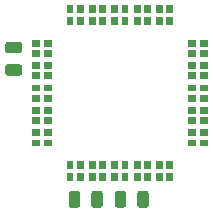
<source format=gtp>
%TF.GenerationSoftware,KiCad,Pcbnew,5.1.7-a382d34a8~88~ubuntu20.04.1*%
%TF.CreationDate,2021-06-08T03:13:41+02:00*%
%TF.ProjectId,uHoubolt_PCB_GNSS,75486f75-626f-46c7-945f-5043425f474e,rev?*%
%TF.SameCoordinates,PX8f0d180PY5f5e100*%
%TF.FileFunction,Paste,Top*%
%TF.FilePolarity,Positive*%
%FSLAX46Y46*%
G04 Gerber Fmt 4.6, Leading zero omitted, Abs format (unit mm)*
G04 Created by KiCad (PCBNEW 5.1.7-a382d34a8~88~ubuntu20.04.1) date 2021-06-08 03:13:41*
%MOMM*%
%LPD*%
G01*
G04 APERTURE LIST*
G04 APERTURE END LIST*
%TO.C,U1*%
G36*
G01*
X7421720Y3085000D02*
X6778280Y3085000D01*
G75*
G02*
X6740000Y3123280I0J38280D01*
G01*
X6740000Y3626720D01*
G75*
G02*
X6778280Y3665000I38280J0D01*
G01*
X7421720Y3665000D01*
G75*
G02*
X7460000Y3626720I0J-38280D01*
G01*
X7460000Y3123280D01*
G75*
G02*
X7421720Y3085000I-38280J0D01*
G01*
G37*
G36*
G01*
X6421720Y-2615000D02*
X5778280Y-2615000D01*
G75*
G02*
X5740000Y-2576720I0J38280D01*
G01*
X5740000Y-2073280D01*
G75*
G02*
X5778280Y-2035000I38280J0D01*
G01*
X6421720Y-2035000D01*
G75*
G02*
X6460000Y-2073280I0J-38280D01*
G01*
X6460000Y-2576720D01*
G75*
G02*
X6421720Y-2615000I-38280J0D01*
G01*
G37*
G36*
G01*
X6421720Y3935000D02*
X5778280Y3935000D01*
G75*
G02*
X5740000Y3973280I0J38280D01*
G01*
X5740000Y4476720D01*
G75*
G02*
X5778280Y4515000I38280J0D01*
G01*
X6421720Y4515000D01*
G75*
G02*
X6460000Y4476720I0J-38280D01*
G01*
X6460000Y3973280D01*
G75*
G02*
X6421720Y3935000I-38280J0D01*
G01*
G37*
G36*
G01*
X7421720Y-1765000D02*
X6778280Y-1765000D01*
G75*
G02*
X6740000Y-1726720I0J38280D01*
G01*
X6740000Y-1223280D01*
G75*
G02*
X6778280Y-1185000I38280J0D01*
G01*
X7421720Y-1185000D01*
G75*
G02*
X7460000Y-1223280I0J-38280D01*
G01*
X7460000Y-1726720D01*
G75*
G02*
X7421720Y-1765000I-38280J0D01*
G01*
G37*
G36*
G01*
X7421720Y-3665000D02*
X6778280Y-3665000D01*
G75*
G02*
X6740000Y-3626720I0J38280D01*
G01*
X6740000Y-3123280D01*
G75*
G02*
X6778280Y-3085000I38280J0D01*
G01*
X7421720Y-3085000D01*
G75*
G02*
X7460000Y-3123280I0J-38280D01*
G01*
X7460000Y-3626720D01*
G75*
G02*
X7421720Y-3665000I-38280J0D01*
G01*
G37*
G36*
G01*
X6421720Y-4515000D02*
X5778280Y-4515000D01*
G75*
G02*
X5740000Y-4476720I0J38280D01*
G01*
X5740000Y-3973280D01*
G75*
G02*
X5778280Y-3935000I38280J0D01*
G01*
X6421720Y-3935000D01*
G75*
G02*
X6460000Y-3973280I0J-38280D01*
G01*
X6460000Y-4476720D01*
G75*
G02*
X6421720Y-4515000I-38280J0D01*
G01*
G37*
G36*
G01*
X7421720Y135000D02*
X6778280Y135000D01*
G75*
G02*
X6740000Y173280I0J38280D01*
G01*
X6740000Y676720D01*
G75*
G02*
X6778280Y715000I38280J0D01*
G01*
X7421720Y715000D01*
G75*
G02*
X7460000Y676720I0J-38280D01*
G01*
X7460000Y173280D01*
G75*
G02*
X7421720Y135000I-38280J0D01*
G01*
G37*
G36*
G01*
X7421720Y3935000D02*
X6778280Y3935000D01*
G75*
G02*
X6740000Y3973280I0J38280D01*
G01*
X6740000Y4476720D01*
G75*
G02*
X6778280Y4515000I38280J0D01*
G01*
X7421720Y4515000D01*
G75*
G02*
X7460000Y4476720I0J-38280D01*
G01*
X7460000Y3973280D01*
G75*
G02*
X7421720Y3935000I-38280J0D01*
G01*
G37*
G36*
G01*
X7421720Y-715000D02*
X6778280Y-715000D01*
G75*
G02*
X6740000Y-676720I0J38280D01*
G01*
X6740000Y-173280D01*
G75*
G02*
X6778280Y-135000I38280J0D01*
G01*
X7421720Y-135000D01*
G75*
G02*
X7460000Y-173280I0J-38280D01*
G01*
X7460000Y-676720D01*
G75*
G02*
X7421720Y-715000I-38280J0D01*
G01*
G37*
G36*
G01*
X6421720Y-3665000D02*
X5778280Y-3665000D01*
G75*
G02*
X5740000Y-3626720I0J38280D01*
G01*
X5740000Y-3123280D01*
G75*
G02*
X5778280Y-3085000I38280J0D01*
G01*
X6421720Y-3085000D01*
G75*
G02*
X6460000Y-3123280I0J-38280D01*
G01*
X6460000Y-3626720D01*
G75*
G02*
X6421720Y-3665000I-38280J0D01*
G01*
G37*
G36*
G01*
X6421720Y2035000D02*
X5778280Y2035000D01*
G75*
G02*
X5740000Y2073280I0J38280D01*
G01*
X5740000Y2576720D01*
G75*
G02*
X5778280Y2615000I38280J0D01*
G01*
X6421720Y2615000D01*
G75*
G02*
X6460000Y2576720I0J-38280D01*
G01*
X6460000Y2073280D01*
G75*
G02*
X6421720Y2035000I-38280J0D01*
G01*
G37*
G36*
G01*
X6421720Y135000D02*
X5778280Y135000D01*
G75*
G02*
X5740000Y173280I0J38280D01*
G01*
X5740000Y676720D01*
G75*
G02*
X5778280Y715000I38280J0D01*
G01*
X6421720Y715000D01*
G75*
G02*
X6460000Y676720I0J-38280D01*
G01*
X6460000Y173280D01*
G75*
G02*
X6421720Y135000I-38280J0D01*
G01*
G37*
G36*
G01*
X6421720Y1185000D02*
X5778280Y1185000D01*
G75*
G02*
X5740000Y1223280I0J38280D01*
G01*
X5740000Y1726720D01*
G75*
G02*
X5778280Y1765000I38280J0D01*
G01*
X6421720Y1765000D01*
G75*
G02*
X6460000Y1726720I0J-38280D01*
G01*
X6460000Y1223280D01*
G75*
G02*
X6421720Y1185000I-38280J0D01*
G01*
G37*
G36*
G01*
X7421720Y-2615000D02*
X6778280Y-2615000D01*
G75*
G02*
X6740000Y-2576720I0J38280D01*
G01*
X6740000Y-2073280D01*
G75*
G02*
X6778280Y-2035000I38280J0D01*
G01*
X7421720Y-2035000D01*
G75*
G02*
X7460000Y-2073280I0J-38280D01*
G01*
X7460000Y-2576720D01*
G75*
G02*
X7421720Y-2615000I-38280J0D01*
G01*
G37*
G36*
G01*
X7421720Y1185000D02*
X6778280Y1185000D01*
G75*
G02*
X6740000Y1223280I0J38280D01*
G01*
X6740000Y1726720D01*
G75*
G02*
X6778280Y1765000I38280J0D01*
G01*
X7421720Y1765000D01*
G75*
G02*
X7460000Y1726720I0J-38280D01*
G01*
X7460000Y1223280D01*
G75*
G02*
X7421720Y1185000I-38280J0D01*
G01*
G37*
G36*
G01*
X6421720Y3085000D02*
X5778280Y3085000D01*
G75*
G02*
X5740000Y3123280I0J38280D01*
G01*
X5740000Y3626720D01*
G75*
G02*
X5778280Y3665000I38280J0D01*
G01*
X6421720Y3665000D01*
G75*
G02*
X6460000Y3626720I0J-38280D01*
G01*
X6460000Y3123280D01*
G75*
G02*
X6421720Y3085000I-38280J0D01*
G01*
G37*
G36*
G01*
X6421720Y-1765000D02*
X5778280Y-1765000D01*
G75*
G02*
X5740000Y-1726720I0J38280D01*
G01*
X5740000Y-1223280D01*
G75*
G02*
X5778280Y-1185000I38280J0D01*
G01*
X6421720Y-1185000D01*
G75*
G02*
X6460000Y-1223280I0J-38280D01*
G01*
X6460000Y-1726720D01*
G75*
G02*
X6421720Y-1765000I-38280J0D01*
G01*
G37*
G36*
G01*
X7421720Y2035000D02*
X6778280Y2035000D01*
G75*
G02*
X6740000Y2073280I0J38280D01*
G01*
X6740000Y2576720D01*
G75*
G02*
X6778280Y2615000I38280J0D01*
G01*
X7421720Y2615000D01*
G75*
G02*
X7460000Y2576720I0J-38280D01*
G01*
X7460000Y2073280D01*
G75*
G02*
X7421720Y2035000I-38280J0D01*
G01*
G37*
G36*
G01*
X6421720Y-715000D02*
X5778280Y-715000D01*
G75*
G02*
X5740000Y-676720I0J38280D01*
G01*
X5740000Y-173280D01*
G75*
G02*
X5778280Y-135000I38280J0D01*
G01*
X6421720Y-135000D01*
G75*
G02*
X6460000Y-173280I0J-38280D01*
G01*
X6460000Y-676720D01*
G75*
G02*
X6421720Y-715000I-38280J0D01*
G01*
G37*
G36*
G01*
X7421720Y-4515000D02*
X6778280Y-4515000D01*
G75*
G02*
X6740000Y-4476720I0J38280D01*
G01*
X6740000Y-3973280D01*
G75*
G02*
X6778280Y-3935000I38280J0D01*
G01*
X7421720Y-3935000D01*
G75*
G02*
X7460000Y-3973280I0J-38280D01*
G01*
X7460000Y-4476720D01*
G75*
G02*
X7421720Y-4515000I-38280J0D01*
G01*
G37*
G36*
G01*
X-5778280Y1185000D02*
X-6421720Y1185000D01*
G75*
G02*
X-6460000Y1223280I0J38280D01*
G01*
X-6460000Y1726720D01*
G75*
G02*
X-6421720Y1765000I38280J0D01*
G01*
X-5778280Y1765000D01*
G75*
G02*
X-5740000Y1726720I0J-38280D01*
G01*
X-5740000Y1223280D01*
G75*
G02*
X-5778280Y1185000I-38280J0D01*
G01*
G37*
G36*
G01*
X-6778280Y-1765000D02*
X-7421720Y-1765000D01*
G75*
G02*
X-7460000Y-1726720I0J38280D01*
G01*
X-7460000Y-1223280D01*
G75*
G02*
X-7421720Y-1185000I38280J0D01*
G01*
X-6778280Y-1185000D01*
G75*
G02*
X-6740000Y-1223280I0J-38280D01*
G01*
X-6740000Y-1726720D01*
G75*
G02*
X-6778280Y-1765000I-38280J0D01*
G01*
G37*
G36*
G01*
X-5778280Y-2615000D02*
X-6421720Y-2615000D01*
G75*
G02*
X-6460000Y-2576720I0J38280D01*
G01*
X-6460000Y-2073280D01*
G75*
G02*
X-6421720Y-2035000I38280J0D01*
G01*
X-5778280Y-2035000D01*
G75*
G02*
X-5740000Y-2073280I0J-38280D01*
G01*
X-5740000Y-2576720D01*
G75*
G02*
X-5778280Y-2615000I-38280J0D01*
G01*
G37*
G36*
G01*
X-6778280Y135000D02*
X-7421720Y135000D01*
G75*
G02*
X-7460000Y173280I0J38280D01*
G01*
X-7460000Y676720D01*
G75*
G02*
X-7421720Y715000I38280J0D01*
G01*
X-6778280Y715000D01*
G75*
G02*
X-6740000Y676720I0J-38280D01*
G01*
X-6740000Y173280D01*
G75*
G02*
X-6778280Y135000I-38280J0D01*
G01*
G37*
G36*
G01*
X-5778280Y135000D02*
X-6421720Y135000D01*
G75*
G02*
X-6460000Y173280I0J38280D01*
G01*
X-6460000Y676720D01*
G75*
G02*
X-6421720Y715000I38280J0D01*
G01*
X-5778280Y715000D01*
G75*
G02*
X-5740000Y676720I0J-38280D01*
G01*
X-5740000Y173280D01*
G75*
G02*
X-5778280Y135000I-38280J0D01*
G01*
G37*
G36*
G01*
X-5778280Y-1765000D02*
X-6421720Y-1765000D01*
G75*
G02*
X-6460000Y-1726720I0J38280D01*
G01*
X-6460000Y-1223280D01*
G75*
G02*
X-6421720Y-1185000I38280J0D01*
G01*
X-5778280Y-1185000D01*
G75*
G02*
X-5740000Y-1223280I0J-38280D01*
G01*
X-5740000Y-1726720D01*
G75*
G02*
X-5778280Y-1765000I-38280J0D01*
G01*
G37*
G36*
G01*
X-6778280Y-4515000D02*
X-7421720Y-4515000D01*
G75*
G02*
X-7460000Y-4476720I0J38280D01*
G01*
X-7460000Y-3973280D01*
G75*
G02*
X-7421720Y-3935000I38280J0D01*
G01*
X-6778280Y-3935000D01*
G75*
G02*
X-6740000Y-3973280I0J-38280D01*
G01*
X-6740000Y-4476720D01*
G75*
G02*
X-6778280Y-4515000I-38280J0D01*
G01*
G37*
G36*
G01*
X-5778280Y-4515000D02*
X-6421720Y-4515000D01*
G75*
G02*
X-6460000Y-4476720I0J38280D01*
G01*
X-6460000Y-3973280D01*
G75*
G02*
X-6421720Y-3935000I38280J0D01*
G01*
X-5778280Y-3935000D01*
G75*
G02*
X-5740000Y-3973280I0J-38280D01*
G01*
X-5740000Y-4476720D01*
G75*
G02*
X-5778280Y-4515000I-38280J0D01*
G01*
G37*
G36*
G01*
X-6778280Y-3665000D02*
X-7421720Y-3665000D01*
G75*
G02*
X-7460000Y-3626720I0J38280D01*
G01*
X-7460000Y-3123280D01*
G75*
G02*
X-7421720Y-3085000I38280J0D01*
G01*
X-6778280Y-3085000D01*
G75*
G02*
X-6740000Y-3123280I0J-38280D01*
G01*
X-6740000Y-3626720D01*
G75*
G02*
X-6778280Y-3665000I-38280J0D01*
G01*
G37*
G36*
G01*
X-5778280Y2035000D02*
X-6421720Y2035000D01*
G75*
G02*
X-6460000Y2073280I0J38280D01*
G01*
X-6460000Y2576720D01*
G75*
G02*
X-6421720Y2615000I38280J0D01*
G01*
X-5778280Y2615000D01*
G75*
G02*
X-5740000Y2576720I0J-38280D01*
G01*
X-5740000Y2073280D01*
G75*
G02*
X-5778280Y2035000I-38280J0D01*
G01*
G37*
G36*
G01*
X-6778280Y-715000D02*
X-7421720Y-715000D01*
G75*
G02*
X-7460000Y-676720I0J38280D01*
G01*
X-7460000Y-173280D01*
G75*
G02*
X-7421720Y-135000I38280J0D01*
G01*
X-6778280Y-135000D01*
G75*
G02*
X-6740000Y-173280I0J-38280D01*
G01*
X-6740000Y-676720D01*
G75*
G02*
X-6778280Y-715000I-38280J0D01*
G01*
G37*
G36*
G01*
X-6778280Y2035000D02*
X-7421720Y2035000D01*
G75*
G02*
X-7460000Y2073280I0J38280D01*
G01*
X-7460000Y2576720D01*
G75*
G02*
X-7421720Y2615000I38280J0D01*
G01*
X-6778280Y2615000D01*
G75*
G02*
X-6740000Y2576720I0J-38280D01*
G01*
X-6740000Y2073280D01*
G75*
G02*
X-6778280Y2035000I-38280J0D01*
G01*
G37*
G36*
G01*
X-6778280Y3935000D02*
X-7421720Y3935000D01*
G75*
G02*
X-7460000Y3973280I0J38280D01*
G01*
X-7460000Y4476720D01*
G75*
G02*
X-7421720Y4515000I38280J0D01*
G01*
X-6778280Y4515000D01*
G75*
G02*
X-6740000Y4476720I0J-38280D01*
G01*
X-6740000Y3973280D01*
G75*
G02*
X-6778280Y3935000I-38280J0D01*
G01*
G37*
G36*
G01*
X-6778280Y-2615000D02*
X-7421720Y-2615000D01*
G75*
G02*
X-7460000Y-2576720I0J38280D01*
G01*
X-7460000Y-2073280D01*
G75*
G02*
X-7421720Y-2035000I38280J0D01*
G01*
X-6778280Y-2035000D01*
G75*
G02*
X-6740000Y-2073280I0J-38280D01*
G01*
X-6740000Y-2576720D01*
G75*
G02*
X-6778280Y-2615000I-38280J0D01*
G01*
G37*
G36*
G01*
X-5778280Y-3665000D02*
X-6421720Y-3665000D01*
G75*
G02*
X-6460000Y-3626720I0J38280D01*
G01*
X-6460000Y-3123280D01*
G75*
G02*
X-6421720Y-3085000I38280J0D01*
G01*
X-5778280Y-3085000D01*
G75*
G02*
X-5740000Y-3123280I0J-38280D01*
G01*
X-5740000Y-3626720D01*
G75*
G02*
X-5778280Y-3665000I-38280J0D01*
G01*
G37*
G36*
G01*
X-5778280Y3935000D02*
X-6421720Y3935000D01*
G75*
G02*
X-6460000Y3973280I0J38280D01*
G01*
X-6460000Y4476720D01*
G75*
G02*
X-6421720Y4515000I38280J0D01*
G01*
X-5778280Y4515000D01*
G75*
G02*
X-5740000Y4476720I0J-38280D01*
G01*
X-5740000Y3973280D01*
G75*
G02*
X-5778280Y3935000I-38280J0D01*
G01*
G37*
G36*
G01*
X-6778280Y1185000D02*
X-7421720Y1185000D01*
G75*
G02*
X-7460000Y1223280I0J38280D01*
G01*
X-7460000Y1726720D01*
G75*
G02*
X-7421720Y1765000I38280J0D01*
G01*
X-6778280Y1765000D01*
G75*
G02*
X-6740000Y1726720I0J-38280D01*
G01*
X-6740000Y1223280D01*
G75*
G02*
X-6778280Y1185000I-38280J0D01*
G01*
G37*
G36*
G01*
X-6778280Y3085000D02*
X-7421720Y3085000D01*
G75*
G02*
X-7460000Y3123280I0J38280D01*
G01*
X-7460000Y3626720D01*
G75*
G02*
X-7421720Y3665000I38280J0D01*
G01*
X-6778280Y3665000D01*
G75*
G02*
X-6740000Y3626720I0J-38280D01*
G01*
X-6740000Y3123280D01*
G75*
G02*
X-6778280Y3085000I-38280J0D01*
G01*
G37*
G36*
G01*
X-5778280Y3085000D02*
X-6421720Y3085000D01*
G75*
G02*
X-6460000Y3123280I0J38280D01*
G01*
X-6460000Y3626720D01*
G75*
G02*
X-6421720Y3665000I38280J0D01*
G01*
X-5778280Y3665000D01*
G75*
G02*
X-5740000Y3626720I0J-38280D01*
G01*
X-5740000Y3123280D01*
G75*
G02*
X-5778280Y3085000I-38280J0D01*
G01*
G37*
G36*
G01*
X-5778280Y-715000D02*
X-6421720Y-715000D01*
G75*
G02*
X-6460000Y-676720I0J38280D01*
G01*
X-6460000Y-173280D01*
G75*
G02*
X-6421720Y-135000I38280J0D01*
G01*
X-5778280Y-135000D01*
G75*
G02*
X-5740000Y-173280I0J-38280D01*
G01*
X-5740000Y-676720D01*
G75*
G02*
X-5778280Y-715000I-38280J0D01*
G01*
G37*
G36*
G01*
X1185000Y5778280D02*
X1185000Y6421720D01*
G75*
G02*
X1223280Y6460000I38280J0D01*
G01*
X1726720Y6460000D01*
G75*
G02*
X1765000Y6421720I0J-38280D01*
G01*
X1765000Y5778280D01*
G75*
G02*
X1726720Y5740000I-38280J0D01*
G01*
X1223280Y5740000D01*
G75*
G02*
X1185000Y5778280I0J38280D01*
G01*
G37*
G36*
G01*
X-1765000Y6778280D02*
X-1765000Y7421720D01*
G75*
G02*
X-1726720Y7460000I38280J0D01*
G01*
X-1223280Y7460000D01*
G75*
G02*
X-1185000Y7421720I0J-38280D01*
G01*
X-1185000Y6778280D01*
G75*
G02*
X-1223280Y6740000I-38280J0D01*
G01*
X-1726720Y6740000D01*
G75*
G02*
X-1765000Y6778280I0J38280D01*
G01*
G37*
G36*
G01*
X-2615000Y5778280D02*
X-2615000Y6421720D01*
G75*
G02*
X-2576720Y6460000I38280J0D01*
G01*
X-2073280Y6460000D01*
G75*
G02*
X-2035000Y6421720I0J-38280D01*
G01*
X-2035000Y5778280D01*
G75*
G02*
X-2073280Y5740000I-38280J0D01*
G01*
X-2576720Y5740000D01*
G75*
G02*
X-2615000Y5778280I0J38280D01*
G01*
G37*
G36*
G01*
X135000Y6778280D02*
X135000Y7421720D01*
G75*
G02*
X173280Y7460000I38280J0D01*
G01*
X676720Y7460000D01*
G75*
G02*
X715000Y7421720I0J-38280D01*
G01*
X715000Y6778280D01*
G75*
G02*
X676720Y6740000I-38280J0D01*
G01*
X173280Y6740000D01*
G75*
G02*
X135000Y6778280I0J38280D01*
G01*
G37*
G36*
G01*
X135000Y5778280D02*
X135000Y6421720D01*
G75*
G02*
X173280Y6460000I38280J0D01*
G01*
X676720Y6460000D01*
G75*
G02*
X715000Y6421720I0J-38280D01*
G01*
X715000Y5778280D01*
G75*
G02*
X676720Y5740000I-38280J0D01*
G01*
X173280Y5740000D01*
G75*
G02*
X135000Y5778280I0J38280D01*
G01*
G37*
G36*
G01*
X-1765000Y5778280D02*
X-1765000Y6421720D01*
G75*
G02*
X-1726720Y6460000I38280J0D01*
G01*
X-1223280Y6460000D01*
G75*
G02*
X-1185000Y6421720I0J-38280D01*
G01*
X-1185000Y5778280D01*
G75*
G02*
X-1223280Y5740000I-38280J0D01*
G01*
X-1726720Y5740000D01*
G75*
G02*
X-1765000Y5778280I0J38280D01*
G01*
G37*
G36*
G01*
X-4515000Y6778280D02*
X-4515000Y7421720D01*
G75*
G02*
X-4476720Y7460000I38280J0D01*
G01*
X-3973280Y7460000D01*
G75*
G02*
X-3935000Y7421720I0J-38280D01*
G01*
X-3935000Y6778280D01*
G75*
G02*
X-3973280Y6740000I-38280J0D01*
G01*
X-4476720Y6740000D01*
G75*
G02*
X-4515000Y6778280I0J38280D01*
G01*
G37*
G36*
G01*
X-4515000Y5778280D02*
X-4515000Y6421720D01*
G75*
G02*
X-4476720Y6460000I38280J0D01*
G01*
X-3973280Y6460000D01*
G75*
G02*
X-3935000Y6421720I0J-38280D01*
G01*
X-3935000Y5778280D01*
G75*
G02*
X-3973280Y5740000I-38280J0D01*
G01*
X-4476720Y5740000D01*
G75*
G02*
X-4515000Y5778280I0J38280D01*
G01*
G37*
G36*
G01*
X-3665000Y6778280D02*
X-3665000Y7421720D01*
G75*
G02*
X-3626720Y7460000I38280J0D01*
G01*
X-3123280Y7460000D01*
G75*
G02*
X-3085000Y7421720I0J-38280D01*
G01*
X-3085000Y6778280D01*
G75*
G02*
X-3123280Y6740000I-38280J0D01*
G01*
X-3626720Y6740000D01*
G75*
G02*
X-3665000Y6778280I0J38280D01*
G01*
G37*
G36*
G01*
X2035000Y5778280D02*
X2035000Y6421720D01*
G75*
G02*
X2073280Y6460000I38280J0D01*
G01*
X2576720Y6460000D01*
G75*
G02*
X2615000Y6421720I0J-38280D01*
G01*
X2615000Y5778280D01*
G75*
G02*
X2576720Y5740000I-38280J0D01*
G01*
X2073280Y5740000D01*
G75*
G02*
X2035000Y5778280I0J38280D01*
G01*
G37*
G36*
G01*
X-715000Y6778280D02*
X-715000Y7421720D01*
G75*
G02*
X-676720Y7460000I38280J0D01*
G01*
X-173280Y7460000D01*
G75*
G02*
X-135000Y7421720I0J-38280D01*
G01*
X-135000Y6778280D01*
G75*
G02*
X-173280Y6740000I-38280J0D01*
G01*
X-676720Y6740000D01*
G75*
G02*
X-715000Y6778280I0J38280D01*
G01*
G37*
G36*
G01*
X2035000Y6778280D02*
X2035000Y7421720D01*
G75*
G02*
X2073280Y7460000I38280J0D01*
G01*
X2576720Y7460000D01*
G75*
G02*
X2615000Y7421720I0J-38280D01*
G01*
X2615000Y6778280D01*
G75*
G02*
X2576720Y6740000I-38280J0D01*
G01*
X2073280Y6740000D01*
G75*
G02*
X2035000Y6778280I0J38280D01*
G01*
G37*
G36*
G01*
X3935000Y6778280D02*
X3935000Y7421720D01*
G75*
G02*
X3973280Y7460000I38280J0D01*
G01*
X4476720Y7460000D01*
G75*
G02*
X4515000Y7421720I0J-38280D01*
G01*
X4515000Y6778280D01*
G75*
G02*
X4476720Y6740000I-38280J0D01*
G01*
X3973280Y6740000D01*
G75*
G02*
X3935000Y6778280I0J38280D01*
G01*
G37*
G36*
G01*
X-2615000Y6778280D02*
X-2615000Y7421720D01*
G75*
G02*
X-2576720Y7460000I38280J0D01*
G01*
X-2073280Y7460000D01*
G75*
G02*
X-2035000Y7421720I0J-38280D01*
G01*
X-2035000Y6778280D01*
G75*
G02*
X-2073280Y6740000I-38280J0D01*
G01*
X-2576720Y6740000D01*
G75*
G02*
X-2615000Y6778280I0J38280D01*
G01*
G37*
G36*
G01*
X-3665000Y5778280D02*
X-3665000Y6421720D01*
G75*
G02*
X-3626720Y6460000I38280J0D01*
G01*
X-3123280Y6460000D01*
G75*
G02*
X-3085000Y6421720I0J-38280D01*
G01*
X-3085000Y5778280D01*
G75*
G02*
X-3123280Y5740000I-38280J0D01*
G01*
X-3626720Y5740000D01*
G75*
G02*
X-3665000Y5778280I0J38280D01*
G01*
G37*
G36*
G01*
X3935000Y5778280D02*
X3935000Y6421720D01*
G75*
G02*
X3973280Y6460000I38280J0D01*
G01*
X4476720Y6460000D01*
G75*
G02*
X4515000Y6421720I0J-38280D01*
G01*
X4515000Y5778280D01*
G75*
G02*
X4476720Y5740000I-38280J0D01*
G01*
X3973280Y5740000D01*
G75*
G02*
X3935000Y5778280I0J38280D01*
G01*
G37*
G36*
G01*
X1185000Y6778280D02*
X1185000Y7421720D01*
G75*
G02*
X1223280Y7460000I38280J0D01*
G01*
X1726720Y7460000D01*
G75*
G02*
X1765000Y7421720I0J-38280D01*
G01*
X1765000Y6778280D01*
G75*
G02*
X1726720Y6740000I-38280J0D01*
G01*
X1223280Y6740000D01*
G75*
G02*
X1185000Y6778280I0J38280D01*
G01*
G37*
G36*
G01*
X3085000Y6778280D02*
X3085000Y7421720D01*
G75*
G02*
X3123280Y7460000I38280J0D01*
G01*
X3626720Y7460000D01*
G75*
G02*
X3665000Y7421720I0J-38280D01*
G01*
X3665000Y6778280D01*
G75*
G02*
X3626720Y6740000I-38280J0D01*
G01*
X3123280Y6740000D01*
G75*
G02*
X3085000Y6778280I0J38280D01*
G01*
G37*
G36*
G01*
X3085000Y5778280D02*
X3085000Y6421720D01*
G75*
G02*
X3123280Y6460000I38280J0D01*
G01*
X3626720Y6460000D01*
G75*
G02*
X3665000Y6421720I0J-38280D01*
G01*
X3665000Y5778280D01*
G75*
G02*
X3626720Y5740000I-38280J0D01*
G01*
X3123280Y5740000D01*
G75*
G02*
X3085000Y5778280I0J38280D01*
G01*
G37*
G36*
G01*
X-715000Y5778280D02*
X-715000Y6421720D01*
G75*
G02*
X-676720Y6460000I38280J0D01*
G01*
X-173280Y6460000D01*
G75*
G02*
X-135000Y6421720I0J-38280D01*
G01*
X-135000Y5778280D01*
G75*
G02*
X-173280Y5740000I-38280J0D01*
G01*
X-676720Y5740000D01*
G75*
G02*
X-715000Y5778280I0J38280D01*
G01*
G37*
G36*
G01*
X-3665000Y-6421720D02*
X-3665000Y-5778280D01*
G75*
G02*
X-3626720Y-5740000I38280J0D01*
G01*
X-3123280Y-5740000D01*
G75*
G02*
X-3085000Y-5778280I0J-38280D01*
G01*
X-3085000Y-6421720D01*
G75*
G02*
X-3123280Y-6460000I-38280J0D01*
G01*
X-3626720Y-6460000D01*
G75*
G02*
X-3665000Y-6421720I0J38280D01*
G01*
G37*
G36*
G01*
X-1765000Y-6421720D02*
X-1765000Y-5778280D01*
G75*
G02*
X-1726720Y-5740000I38280J0D01*
G01*
X-1223280Y-5740000D01*
G75*
G02*
X-1185000Y-5778280I0J-38280D01*
G01*
X-1185000Y-6421720D01*
G75*
G02*
X-1223280Y-6460000I-38280J0D01*
G01*
X-1726720Y-6460000D01*
G75*
G02*
X-1765000Y-6421720I0J38280D01*
G01*
G37*
G36*
G01*
X135000Y-6421720D02*
X135000Y-5778280D01*
G75*
G02*
X173280Y-5740000I38280J0D01*
G01*
X676720Y-5740000D01*
G75*
G02*
X715000Y-5778280I0J-38280D01*
G01*
X715000Y-6421720D01*
G75*
G02*
X676720Y-6460000I-38280J0D01*
G01*
X173280Y-6460000D01*
G75*
G02*
X135000Y-6421720I0J38280D01*
G01*
G37*
G36*
G01*
X2035000Y-6421720D02*
X2035000Y-5778280D01*
G75*
G02*
X2073280Y-5740000I38280J0D01*
G01*
X2576720Y-5740000D01*
G75*
G02*
X2615000Y-5778280I0J-38280D01*
G01*
X2615000Y-6421720D01*
G75*
G02*
X2576720Y-6460000I-38280J0D01*
G01*
X2073280Y-6460000D01*
G75*
G02*
X2035000Y-6421720I0J38280D01*
G01*
G37*
G36*
G01*
X-3665000Y-7421720D02*
X-3665000Y-6778280D01*
G75*
G02*
X-3626720Y-6740000I38280J0D01*
G01*
X-3123280Y-6740000D01*
G75*
G02*
X-3085000Y-6778280I0J-38280D01*
G01*
X-3085000Y-7421720D01*
G75*
G02*
X-3123280Y-7460000I-38280J0D01*
G01*
X-3626720Y-7460000D01*
G75*
G02*
X-3665000Y-7421720I0J38280D01*
G01*
G37*
G36*
G01*
X-1765000Y-7421720D02*
X-1765000Y-6778280D01*
G75*
G02*
X-1726720Y-6740000I38280J0D01*
G01*
X-1223280Y-6740000D01*
G75*
G02*
X-1185000Y-6778280I0J-38280D01*
G01*
X-1185000Y-7421720D01*
G75*
G02*
X-1223280Y-7460000I-38280J0D01*
G01*
X-1726720Y-7460000D01*
G75*
G02*
X-1765000Y-7421720I0J38280D01*
G01*
G37*
G36*
G01*
X135000Y-7421720D02*
X135000Y-6778280D01*
G75*
G02*
X173280Y-6740000I38280J0D01*
G01*
X676720Y-6740000D01*
G75*
G02*
X715000Y-6778280I0J-38280D01*
G01*
X715000Y-7421720D01*
G75*
G02*
X676720Y-7460000I-38280J0D01*
G01*
X173280Y-7460000D01*
G75*
G02*
X135000Y-7421720I0J38280D01*
G01*
G37*
G36*
G01*
X2035000Y-7421720D02*
X2035000Y-6778280D01*
G75*
G02*
X2073280Y-6740000I38280J0D01*
G01*
X2576720Y-6740000D01*
G75*
G02*
X2615000Y-6778280I0J-38280D01*
G01*
X2615000Y-7421720D01*
G75*
G02*
X2576720Y-7460000I-38280J0D01*
G01*
X2073280Y-7460000D01*
G75*
G02*
X2035000Y-7421720I0J38280D01*
G01*
G37*
G36*
G01*
X-4515000Y-6421720D02*
X-4515000Y-5778280D01*
G75*
G02*
X-4476720Y-5740000I38280J0D01*
G01*
X-3973280Y-5740000D01*
G75*
G02*
X-3935000Y-5778280I0J-38280D01*
G01*
X-3935000Y-6421720D01*
G75*
G02*
X-3973280Y-6460000I-38280J0D01*
G01*
X-4476720Y-6460000D01*
G75*
G02*
X-4515000Y-6421720I0J38280D01*
G01*
G37*
G36*
G01*
X-2615000Y-6421720D02*
X-2615000Y-5778280D01*
G75*
G02*
X-2576720Y-5740000I38280J0D01*
G01*
X-2073280Y-5740000D01*
G75*
G02*
X-2035000Y-5778280I0J-38280D01*
G01*
X-2035000Y-6421720D01*
G75*
G02*
X-2073280Y-6460000I-38280J0D01*
G01*
X-2576720Y-6460000D01*
G75*
G02*
X-2615000Y-6421720I0J38280D01*
G01*
G37*
G36*
G01*
X-715000Y-6421720D02*
X-715000Y-5778280D01*
G75*
G02*
X-676720Y-5740000I38280J0D01*
G01*
X-173280Y-5740000D01*
G75*
G02*
X-135000Y-5778280I0J-38280D01*
G01*
X-135000Y-6421720D01*
G75*
G02*
X-173280Y-6460000I-38280J0D01*
G01*
X-676720Y-6460000D01*
G75*
G02*
X-715000Y-6421720I0J38280D01*
G01*
G37*
G36*
G01*
X1185000Y-6421720D02*
X1185000Y-5778280D01*
G75*
G02*
X1223280Y-5740000I38280J0D01*
G01*
X1726720Y-5740000D01*
G75*
G02*
X1765000Y-5778280I0J-38280D01*
G01*
X1765000Y-6421720D01*
G75*
G02*
X1726720Y-6460000I-38280J0D01*
G01*
X1223280Y-6460000D01*
G75*
G02*
X1185000Y-6421720I0J38280D01*
G01*
G37*
G36*
G01*
X-4515000Y-7421720D02*
X-4515000Y-6778280D01*
G75*
G02*
X-4476720Y-6740000I38280J0D01*
G01*
X-3973280Y-6740000D01*
G75*
G02*
X-3935000Y-6778280I0J-38280D01*
G01*
X-3935000Y-7421720D01*
G75*
G02*
X-3973280Y-7460000I-38280J0D01*
G01*
X-4476720Y-7460000D01*
G75*
G02*
X-4515000Y-7421720I0J38280D01*
G01*
G37*
G36*
G01*
X-2615000Y-7421720D02*
X-2615000Y-6778280D01*
G75*
G02*
X-2576720Y-6740000I38280J0D01*
G01*
X-2073280Y-6740000D01*
G75*
G02*
X-2035000Y-6778280I0J-38280D01*
G01*
X-2035000Y-7421720D01*
G75*
G02*
X-2073280Y-7460000I-38280J0D01*
G01*
X-2576720Y-7460000D01*
G75*
G02*
X-2615000Y-7421720I0J38280D01*
G01*
G37*
G36*
G01*
X-715000Y-7421720D02*
X-715000Y-6778280D01*
G75*
G02*
X-676720Y-6740000I38280J0D01*
G01*
X-173280Y-6740000D01*
G75*
G02*
X-135000Y-6778280I0J-38280D01*
G01*
X-135000Y-7421720D01*
G75*
G02*
X-173280Y-7460000I-38280J0D01*
G01*
X-676720Y-7460000D01*
G75*
G02*
X-715000Y-7421720I0J38280D01*
G01*
G37*
G36*
G01*
X1185000Y-7421720D02*
X1185000Y-6778280D01*
G75*
G02*
X1223280Y-6740000I38280J0D01*
G01*
X1726720Y-6740000D01*
G75*
G02*
X1765000Y-6778280I0J-38280D01*
G01*
X1765000Y-7421720D01*
G75*
G02*
X1726720Y-7460000I-38280J0D01*
G01*
X1223280Y-7460000D01*
G75*
G02*
X1185000Y-7421720I0J38280D01*
G01*
G37*
G36*
G01*
X3935000Y-7421720D02*
X3935000Y-6778280D01*
G75*
G02*
X3973280Y-6740000I38280J0D01*
G01*
X4476720Y-6740000D01*
G75*
G02*
X4515000Y-6778280I0J-38280D01*
G01*
X4515000Y-7421720D01*
G75*
G02*
X4476720Y-7460000I-38280J0D01*
G01*
X3973280Y-7460000D01*
G75*
G02*
X3935000Y-7421720I0J38280D01*
G01*
G37*
G36*
G01*
X3085000Y-7421720D02*
X3085000Y-6778280D01*
G75*
G02*
X3123280Y-6740000I38280J0D01*
G01*
X3626720Y-6740000D01*
G75*
G02*
X3665000Y-6778280I0J-38280D01*
G01*
X3665000Y-7421720D01*
G75*
G02*
X3626720Y-7460000I-38280J0D01*
G01*
X3123280Y-7460000D01*
G75*
G02*
X3085000Y-7421720I0J38280D01*
G01*
G37*
G36*
G01*
X3085000Y-6421720D02*
X3085000Y-5778280D01*
G75*
G02*
X3123280Y-5740000I38280J0D01*
G01*
X3626720Y-5740000D01*
G75*
G02*
X3665000Y-5778280I0J-38280D01*
G01*
X3665000Y-6421720D01*
G75*
G02*
X3626720Y-6460000I-38280J0D01*
G01*
X3123280Y-6460000D01*
G75*
G02*
X3085000Y-6421720I0J38280D01*
G01*
G37*
G36*
G01*
X3935000Y-6421720D02*
X3935000Y-5778280D01*
G75*
G02*
X3973280Y-5740000I38280J0D01*
G01*
X4476720Y-5740000D01*
G75*
G02*
X4515000Y-5778280I0J-38280D01*
G01*
X4515000Y-6421720D01*
G75*
G02*
X4476720Y-6460000I-38280J0D01*
G01*
X3973280Y-6460000D01*
G75*
G02*
X3935000Y-6421720I0J38280D01*
G01*
G37*
%TD*%
%TO.C,C3*%
G36*
G01*
X1450000Y-9475000D02*
X1450000Y-8525000D01*
G75*
G02*
X1700000Y-8275000I250000J0D01*
G01*
X2200000Y-8275000D01*
G75*
G02*
X2450000Y-8525000I0J-250000D01*
G01*
X2450000Y-9475000D01*
G75*
G02*
X2200000Y-9725000I-250000J0D01*
G01*
X1700000Y-9725000D01*
G75*
G02*
X1450000Y-9475000I0J250000D01*
G01*
G37*
G36*
G01*
X-450000Y-9475000D02*
X-450000Y-8525000D01*
G75*
G02*
X-200000Y-8275000I250000J0D01*
G01*
X300000Y-8275000D01*
G75*
G02*
X550000Y-8525000I0J-250000D01*
G01*
X550000Y-9475000D01*
G75*
G02*
X300000Y-9725000I-250000J0D01*
G01*
X-200000Y-9725000D01*
G75*
G02*
X-450000Y-9475000I0J250000D01*
G01*
G37*
%TD*%
%TO.C,C2*%
G36*
G01*
X-3350000Y-8525000D02*
X-3350000Y-9475000D01*
G75*
G02*
X-3600000Y-9725000I-250000J0D01*
G01*
X-4100000Y-9725000D01*
G75*
G02*
X-4350000Y-9475000I0J250000D01*
G01*
X-4350000Y-8525000D01*
G75*
G02*
X-4100000Y-8275000I250000J0D01*
G01*
X-3600000Y-8275000D01*
G75*
G02*
X-3350000Y-8525000I0J-250000D01*
G01*
G37*
G36*
G01*
X-1450000Y-8525000D02*
X-1450000Y-9475000D01*
G75*
G02*
X-1700000Y-9725000I-250000J0D01*
G01*
X-2200000Y-9725000D01*
G75*
G02*
X-2450000Y-9475000I0J250000D01*
G01*
X-2450000Y-8525000D01*
G75*
G02*
X-2200000Y-8275000I250000J0D01*
G01*
X-1700000Y-8275000D01*
G75*
G02*
X-1450000Y-8525000I0J-250000D01*
G01*
G37*
%TD*%
%TO.C,C1*%
G36*
G01*
X-8525000Y3350000D02*
X-9475000Y3350000D01*
G75*
G02*
X-9725000Y3600000I0J250000D01*
G01*
X-9725000Y4100000D01*
G75*
G02*
X-9475000Y4350000I250000J0D01*
G01*
X-8525000Y4350000D01*
G75*
G02*
X-8275000Y4100000I0J-250000D01*
G01*
X-8275000Y3600000D01*
G75*
G02*
X-8525000Y3350000I-250000J0D01*
G01*
G37*
G36*
G01*
X-8525000Y1450000D02*
X-9475000Y1450000D01*
G75*
G02*
X-9725000Y1700000I0J250000D01*
G01*
X-9725000Y2200000D01*
G75*
G02*
X-9475000Y2450000I250000J0D01*
G01*
X-8525000Y2450000D01*
G75*
G02*
X-8275000Y2200000I0J-250000D01*
G01*
X-8275000Y1700000D01*
G75*
G02*
X-8525000Y1450000I-250000J0D01*
G01*
G37*
%TD*%
M02*

</source>
